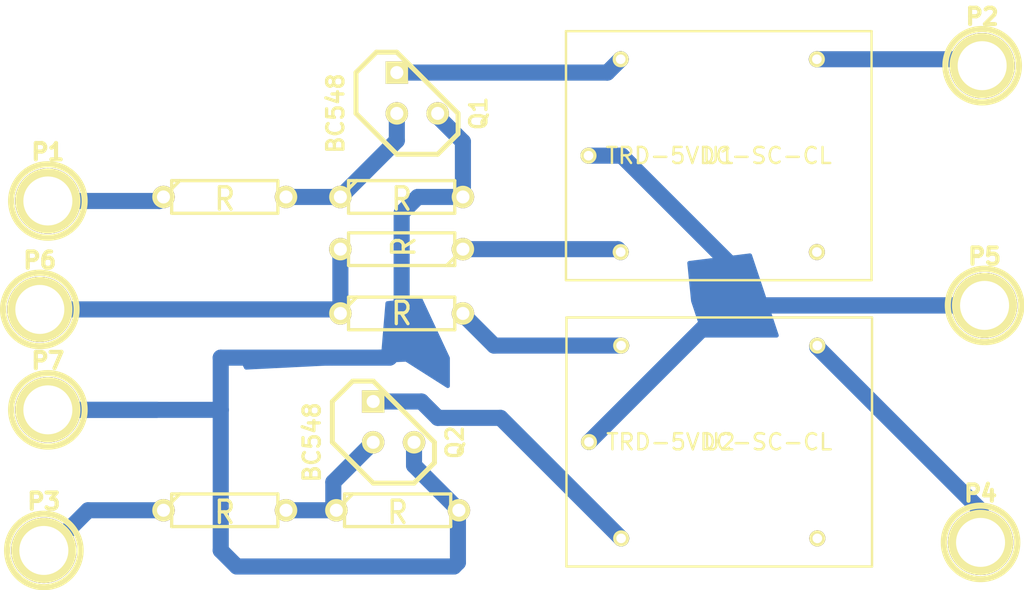
<source format=kicad_pcb>
(kicad_pcb (version 3) (host pcbnew "(2013-jul-07)-stable")

  (general
    (links 20)
    (no_connects 0)
    (area 29.789 33.643 99.461 71.433)
    (thickness 1.6)
    (drawings 0)
    (tracks 84)
    (zones 0)
    (modules 17)
    (nets 14)
  )

  (page A3)
  (layers
    (15 F.Cu signal)
    (0 B.Cu signal)
    (16 B.Adhes user)
    (17 F.Adhes user)
    (18 B.Paste user)
    (19 F.Paste user)
    (20 B.SilkS user)
    (21 F.SilkS user)
    (22 B.Mask user)
    (23 F.Mask user)
    (24 Dwgs.User user)
    (25 Cmts.User user)
    (26 Eco1.User user)
    (27 Eco2.User user)
    (28 Edge.Cuts user)
  )

  (setup
    (last_trace_width 1)
    (trace_clearance 0.254)
    (zone_clearance 0.508)
    (zone_45_only no)
    (trace_min 0.254)
    (segment_width 0.2)
    (edge_width 0.15)
    (via_size 0.889)
    (via_drill 0.635)
    (via_min_size 0.889)
    (via_min_drill 0.508)
    (uvia_size 0.508)
    (uvia_drill 0.127)
    (uvias_allowed no)
    (uvia_min_size 0.508)
    (uvia_min_drill 0.127)
    (pcb_text_width 0.3)
    (pcb_text_size 1.5 1.5)
    (mod_edge_width 0.15)
    (mod_text_size 1.5 1.5)
    (mod_text_width 0.15)
    (pad_size 1.524 1.524)
    (pad_drill 0.762)
    (pad_to_mask_clearance 0.2)
    (aux_axis_origin 0 0)
    (visible_elements FFFFFFBF)
    (pcbplotparams
      (layerselection 3178497)
      (usegerberextensions true)
      (excludeedgelayer true)
      (linewidth 0.100000)
      (plotframeref false)
      (viasonmask false)
      (mode 1)
      (useauxorigin false)
      (hpglpennumber 1)
      (hpglpenspeed 20)
      (hpglpendiameter 15)
      (hpglpenoverlay 2)
      (psnegative false)
      (psa4output false)
      (plotreference true)
      (plotvalue true)
      (plotothertext true)
      (plotinvisibletext false)
      (padsonsilk false)
      (subtractmaskfromsilk false)
      (outputformat 1)
      (mirror false)
      (drillshape 1)
      (scaleselection 1)
      (outputdirectory ""))
  )

  (net 0 "")
  (net 1 +5)
  (net 2 -5)
  (net 3 L)
  (net 4 N-0000010)
  (net 5 N-0000012)
  (net 6 N-0000013)
  (net 7 N-0000014)
  (net 8 N-000002)
  (net 9 N-000003)
  (net 10 N-000005)
  (net 11 N-000006)
  (net 12 N-000008)
  (net 13 N-000009)

  (net_class Default "Это класс цепей по умолчанию."
    (clearance 0.254)
    (trace_width 1)
    (via_dia 0.889)
    (via_drill 0.635)
    (uvia_dia 0.508)
    (uvia_drill 0.127)
    (add_net "")
    (add_net +5)
    (add_net -5)
    (add_net L)
    (add_net N-0000010)
    (add_net N-0000012)
    (add_net N-0000013)
    (add_net N-0000014)
    (add_net N-000002)
    (add_net N-000003)
    (add_net N-000005)
    (add_net N-000006)
    (add_net N-000008)
    (add_net N-000009)
  )

  (module TO92 (layer F.Cu) (tedit 443CFFD1) (tstamp 5640E5E9)
    (at 58.72 39.28 90)
    (descr "Transistor TO92 brochage type BC237")
    (tags "TR TO92")
    (path /562E7372)
    (fp_text reference Q1 (at -1.27 3.81 90) (layer F.SilkS)
      (effects (font (size 1.016 1.016) (thickness 0.2032)))
    )
    (fp_text value BC548 (at -1.27 -5.08 90) (layer F.SilkS)
      (effects (font (size 1.016 1.016) (thickness 0.2032)))
    )
    (fp_line (start -1.27 2.54) (end 2.54 -1.27) (layer F.SilkS) (width 0.3048))
    (fp_line (start 2.54 -1.27) (end 2.54 -2.54) (layer F.SilkS) (width 0.3048))
    (fp_line (start 2.54 -2.54) (end 1.27 -3.81) (layer F.SilkS) (width 0.3048))
    (fp_line (start 1.27 -3.81) (end -1.27 -3.81) (layer F.SilkS) (width 0.3048))
    (fp_line (start -1.27 -3.81) (end -3.81 -1.27) (layer F.SilkS) (width 0.3048))
    (fp_line (start -3.81 -1.27) (end -3.81 1.27) (layer F.SilkS) (width 0.3048))
    (fp_line (start -3.81 1.27) (end -2.54 2.54) (layer F.SilkS) (width 0.3048))
    (fp_line (start -2.54 2.54) (end -1.27 2.54) (layer F.SilkS) (width 0.3048))
    (pad 1 thru_hole rect (at 1.27 -1.27 90) (size 1.397 1.397) (drill 0.8128)
      (layers *.Cu *.Mask F.SilkS)
      (net 12 N-000008)
    )
    (pad 2 thru_hole circle (at -1.27 -1.27 90) (size 1.397 1.397) (drill 0.8128)
      (layers *.Cu *.Mask F.SilkS)
      (net 6 N-0000013)
    )
    (pad 3 thru_hole circle (at -1.27 1.27 90) (size 1.397 1.397) (drill 0.8128)
      (layers *.Cu *.Mask F.SilkS)
      (net 2 -5)
    )
    (model discret/to98.wrl
      (at (xyz 0 0 0))
      (scale (xyz 1 1 1))
      (rotate (xyz 0 0 0))
    )
  )

  (module TO92 (layer F.Cu) (tedit 443CFFD1) (tstamp 56414A0A)
    (at 57.25 59.75 90)
    (descr "Transistor TO92 brochage type BC237")
    (tags "TR TO92")
    (path /5640DB05)
    (fp_text reference Q2 (at -1.27 3.81 90) (layer F.SilkS)
      (effects (font (size 1.016 1.016) (thickness 0.2032)))
    )
    (fp_text value BC548 (at -1.27 -5.08 90) (layer F.SilkS)
      (effects (font (size 1.016 1.016) (thickness 0.2032)))
    )
    (fp_line (start -1.27 2.54) (end 2.54 -1.27) (layer F.SilkS) (width 0.3048))
    (fp_line (start 2.54 -1.27) (end 2.54 -2.54) (layer F.SilkS) (width 0.3048))
    (fp_line (start 2.54 -2.54) (end 1.27 -3.81) (layer F.SilkS) (width 0.3048))
    (fp_line (start 1.27 -3.81) (end -1.27 -3.81) (layer F.SilkS) (width 0.3048))
    (fp_line (start -1.27 -3.81) (end -3.81 -1.27) (layer F.SilkS) (width 0.3048))
    (fp_line (start -3.81 -1.27) (end -3.81 1.27) (layer F.SilkS) (width 0.3048))
    (fp_line (start -3.81 1.27) (end -2.54 2.54) (layer F.SilkS) (width 0.3048))
    (fp_line (start -2.54 2.54) (end -1.27 2.54) (layer F.SilkS) (width 0.3048))
    (pad 1 thru_hole rect (at 1.27 -1.27 90) (size 1.397 1.397) (drill 0.8128)
      (layers *.Cu *.Mask F.SilkS)
      (net 11 N-000006)
    )
    (pad 2 thru_hole circle (at -1.27 -1.27 90) (size 1.397 1.397) (drill 0.8128)
      (layers *.Cu *.Mask F.SilkS)
      (net 7 N-0000014)
    )
    (pad 3 thru_hole circle (at -1.27 1.27 90) (size 1.397 1.397) (drill 0.8128)
      (layers *.Cu *.Mask F.SilkS)
      (net 2 -5)
    )
    (model discret/to98.wrl
      (at (xyz 0 0 0))
      (scale (xyz 1 1 1))
      (rotate (xyz 0 0 0))
    )
  )

  (module R3 (layer F.Cu) (tedit 4E4C0E65) (tstamp 5640E606)
    (at 57.75 45.75)
    (descr "Resitance 3 pas")
    (tags R)
    (path /562E742F)
    (autoplace_cost180 10)
    (fp_text reference R2 (at 0 0.127) (layer F.SilkS) hide
      (effects (font (size 1.397 1.27) (thickness 0.2032)))
    )
    (fp_text value R (at 0 0.127) (layer F.SilkS)
      (effects (font (size 1.397 1.27) (thickness 0.2032)))
    )
    (fp_line (start -3.81 0) (end -3.302 0) (layer F.SilkS) (width 0.2032))
    (fp_line (start 3.81 0) (end 3.302 0) (layer F.SilkS) (width 0.2032))
    (fp_line (start 3.302 0) (end 3.302 -1.016) (layer F.SilkS) (width 0.2032))
    (fp_line (start 3.302 -1.016) (end -3.302 -1.016) (layer F.SilkS) (width 0.2032))
    (fp_line (start -3.302 -1.016) (end -3.302 1.016) (layer F.SilkS) (width 0.2032))
    (fp_line (start -3.302 1.016) (end 3.302 1.016) (layer F.SilkS) (width 0.2032))
    (fp_line (start 3.302 1.016) (end 3.302 0) (layer F.SilkS) (width 0.2032))
    (fp_line (start -3.302 -0.508) (end -2.794 -1.016) (layer F.SilkS) (width 0.2032))
    (pad 1 thru_hole circle (at -3.81 0) (size 1.397 1.397) (drill 0.8128)
      (layers *.Cu *.Mask F.SilkS)
      (net 6 N-0000013)
    )
    (pad 2 thru_hole circle (at 3.81 0) (size 1.397 1.397) (drill 0.8128)
      (layers *.Cu *.Mask F.SilkS)
      (net 2 -5)
    )
    (model discret/resistor.wrl
      (at (xyz 0 0 0))
      (scale (xyz 0.3 0.3 0.3))
      (rotate (xyz 0 0 0))
    )
  )

  (module R3 (layer F.Cu) (tedit 4E4C0E65) (tstamp 5640E614)
    (at 46.75 45.75)
    (descr "Resitance 3 pas")
    (tags R)
    (path /562E752B)
    (autoplace_cost180 10)
    (fp_text reference R1 (at 0 0.127) (layer F.SilkS) hide
      (effects (font (size 1.397 1.27) (thickness 0.2032)))
    )
    (fp_text value R (at 0 0.127) (layer F.SilkS)
      (effects (font (size 1.397 1.27) (thickness 0.2032)))
    )
    (fp_line (start -3.81 0) (end -3.302 0) (layer F.SilkS) (width 0.2032))
    (fp_line (start 3.81 0) (end 3.302 0) (layer F.SilkS) (width 0.2032))
    (fp_line (start 3.302 0) (end 3.302 -1.016) (layer F.SilkS) (width 0.2032))
    (fp_line (start 3.302 -1.016) (end -3.302 -1.016) (layer F.SilkS) (width 0.2032))
    (fp_line (start -3.302 -1.016) (end -3.302 1.016) (layer F.SilkS) (width 0.2032))
    (fp_line (start -3.302 1.016) (end 3.302 1.016) (layer F.SilkS) (width 0.2032))
    (fp_line (start 3.302 1.016) (end 3.302 0) (layer F.SilkS) (width 0.2032))
    (fp_line (start -3.302 -0.508) (end -2.794 -1.016) (layer F.SilkS) (width 0.2032))
    (pad 1 thru_hole circle (at -3.81 0) (size 1.397 1.397) (drill 0.8128)
      (layers *.Cu *.Mask F.SilkS)
      (net 5 N-0000012)
    )
    (pad 2 thru_hole circle (at 3.81 0) (size 1.397 1.397) (drill 0.8128)
      (layers *.Cu *.Mask F.SilkS)
      (net 6 N-0000013)
    )
    (model discret/resistor.wrl
      (at (xyz 0 0 0))
      (scale (xyz 0.3 0.3 0.3))
      (rotate (xyz 0 0 0))
    )
  )

  (module R3 (layer F.Cu) (tedit 5640F335) (tstamp 5640E622)
    (at 57.75 49 180)
    (descr "Resitance 3 pas")
    (tags R)
    (path /5640DA12)
    (autoplace_cost180 10)
    (fp_text reference R3 (at 0 0.127 180) (layer F.SilkS) hide
      (effects (font (size 1.397 1.27) (thickness 0.2032)))
    )
    (fp_text value R (at -0.13 0.15 270) (layer F.SilkS)
      (effects (font (size 1.397 1.27) (thickness 0.2032)))
    )
    (fp_line (start -3.81 0) (end -3.302 0) (layer F.SilkS) (width 0.2032))
    (fp_line (start 3.81 0) (end 3.302 0) (layer F.SilkS) (width 0.2032))
    (fp_line (start 3.302 0) (end 3.302 -1.016) (layer F.SilkS) (width 0.2032))
    (fp_line (start 3.302 -1.016) (end -3.302 -1.016) (layer F.SilkS) (width 0.2032))
    (fp_line (start -3.302 -1.016) (end -3.302 1.016) (layer F.SilkS) (width 0.2032))
    (fp_line (start -3.302 1.016) (end 3.302 1.016) (layer F.SilkS) (width 0.2032))
    (fp_line (start 3.302 1.016) (end 3.302 0) (layer F.SilkS) (width 0.2032))
    (fp_line (start -3.302 -0.508) (end -2.794 -1.016) (layer F.SilkS) (width 0.2032))
    (pad 1 thru_hole circle (at -3.81 0 180) (size 1.397 1.397) (drill 0.8128)
      (layers *.Cu *.Mask F.SilkS)
      (net 13 N-000009)
    )
    (pad 2 thru_hole circle (at 3.81 0 180) (size 1.397 1.397) (drill 0.8128)
      (layers *.Cu *.Mask F.SilkS)
      (net 1 +5)
    )
    (model discret/resistor.wrl
      (at (xyz 0 0 0))
      (scale (xyz 0.3 0.3 0.3))
      (rotate (xyz 0 0 0))
    )
  )

  (module R3 (layer F.Cu) (tedit 4E4C0E65) (tstamp 5640E630)
    (at 57.5 65.25)
    (descr "Resitance 3 pas")
    (tags R)
    (path /5640DB0B)
    (autoplace_cost180 10)
    (fp_text reference R6 (at 0 0.127) (layer F.SilkS) hide
      (effects (font (size 1.397 1.27) (thickness 0.2032)))
    )
    (fp_text value R (at 0 0.127) (layer F.SilkS)
      (effects (font (size 1.397 1.27) (thickness 0.2032)))
    )
    (fp_line (start -3.81 0) (end -3.302 0) (layer F.SilkS) (width 0.2032))
    (fp_line (start 3.81 0) (end 3.302 0) (layer F.SilkS) (width 0.2032))
    (fp_line (start 3.302 0) (end 3.302 -1.016) (layer F.SilkS) (width 0.2032))
    (fp_line (start 3.302 -1.016) (end -3.302 -1.016) (layer F.SilkS) (width 0.2032))
    (fp_line (start -3.302 -1.016) (end -3.302 1.016) (layer F.SilkS) (width 0.2032))
    (fp_line (start -3.302 1.016) (end 3.302 1.016) (layer F.SilkS) (width 0.2032))
    (fp_line (start 3.302 1.016) (end 3.302 0) (layer F.SilkS) (width 0.2032))
    (fp_line (start -3.302 -0.508) (end -2.794 -1.016) (layer F.SilkS) (width 0.2032))
    (pad 1 thru_hole circle (at -3.81 0) (size 1.397 1.397) (drill 0.8128)
      (layers *.Cu *.Mask F.SilkS)
      (net 7 N-0000014)
    )
    (pad 2 thru_hole circle (at 3.81 0) (size 1.397 1.397) (drill 0.8128)
      (layers *.Cu *.Mask F.SilkS)
      (net 2 -5)
    )
    (model discret/resistor.wrl
      (at (xyz 0 0 0))
      (scale (xyz 0.3 0.3 0.3))
      (rotate (xyz 0 0 0))
    )
  )

  (module R3 (layer F.Cu) (tedit 4E4C0E65) (tstamp 5640E63E)
    (at 46.75 65.25)
    (descr "Resitance 3 pas")
    (tags R)
    (path /5640DB12)
    (autoplace_cost180 10)
    (fp_text reference R5 (at 0 0.127) (layer F.SilkS) hide
      (effects (font (size 1.397 1.27) (thickness 0.2032)))
    )
    (fp_text value R (at 0 0.127) (layer F.SilkS)
      (effects (font (size 1.397 1.27) (thickness 0.2032)))
    )
    (fp_line (start -3.81 0) (end -3.302 0) (layer F.SilkS) (width 0.2032))
    (fp_line (start 3.81 0) (end 3.302 0) (layer F.SilkS) (width 0.2032))
    (fp_line (start 3.302 0) (end 3.302 -1.016) (layer F.SilkS) (width 0.2032))
    (fp_line (start 3.302 -1.016) (end -3.302 -1.016) (layer F.SilkS) (width 0.2032))
    (fp_line (start -3.302 -1.016) (end -3.302 1.016) (layer F.SilkS) (width 0.2032))
    (fp_line (start -3.302 1.016) (end 3.302 1.016) (layer F.SilkS) (width 0.2032))
    (fp_line (start 3.302 1.016) (end 3.302 0) (layer F.SilkS) (width 0.2032))
    (fp_line (start -3.302 -0.508) (end -2.794 -1.016) (layer F.SilkS) (width 0.2032))
    (pad 1 thru_hole circle (at -3.81 0) (size 1.397 1.397) (drill 0.8128)
      (layers *.Cu *.Mask F.SilkS)
      (net 8 N-000002)
    )
    (pad 2 thru_hole circle (at 3.81 0) (size 1.397 1.397) (drill 0.8128)
      (layers *.Cu *.Mask F.SilkS)
      (net 7 N-0000014)
    )
    (model discret/resistor.wrl
      (at (xyz 0 0 0))
      (scale (xyz 0.3 0.3 0.3))
      (rotate (xyz 0 0 0))
    )
  )

  (module R3 (layer F.Cu) (tedit 5640F341) (tstamp 5640E64C)
    (at 57.75 53)
    (descr "Resitance 3 pas")
    (tags R)
    (path /5640DB2A)
    (autoplace_cost180 10)
    (fp_text reference R4 (at 0 0.127) (layer F.SilkS) hide
      (effects (font (size 1.397 1.27) (thickness 0.2032)))
    )
    (fp_text value R (at 0 0) (layer F.SilkS)
      (effects (font (size 1.397 1.27) (thickness 0.2032)))
    )
    (fp_line (start -3.81 0) (end -3.302 0) (layer F.SilkS) (width 0.2032))
    (fp_line (start 3.81 0) (end 3.302 0) (layer F.SilkS) (width 0.2032))
    (fp_line (start 3.302 0) (end 3.302 -1.016) (layer F.SilkS) (width 0.2032))
    (fp_line (start 3.302 -1.016) (end -3.302 -1.016) (layer F.SilkS) (width 0.2032))
    (fp_line (start -3.302 -1.016) (end -3.302 1.016) (layer F.SilkS) (width 0.2032))
    (fp_line (start -3.302 1.016) (end 3.302 1.016) (layer F.SilkS) (width 0.2032))
    (fp_line (start 3.302 1.016) (end 3.302 0) (layer F.SilkS) (width 0.2032))
    (fp_line (start -3.302 -0.508) (end -2.794 -1.016) (layer F.SilkS) (width 0.2032))
    (pad 1 thru_hole circle (at -3.81 0) (size 1.397 1.397) (drill 0.8128)
      (layers *.Cu *.Mask F.SilkS)
      (net 1 +5)
    )
    (pad 2 thru_hole circle (at 3.81 0) (size 1.397 1.397) (drill 0.8128)
      (layers *.Cu *.Mask F.SilkS)
      (net 9 N-000003)
    )
    (model discret/resistor.wrl
      (at (xyz 0 0 0))
      (scale (xyz 0.3 0.3 0.3))
      (rotate (xyz 0 0 0))
    )
  )

  (module 1pin (layer F.Cu) (tedit 200000) (tstamp 5640E652)
    (at 35.75 46)
    (descr "module 1 pin (ou trou mecanique de percage)")
    (tags DEV)
    (path /5640DA9D)
    (fp_text reference P1 (at 0 -3.048) (layer F.SilkS)
      (effects (font (size 1.016 1.016) (thickness 0.254)))
    )
    (fp_text value CONNECTOR (at 0 2.794) (layer F.SilkS) hide
      (effects (font (size 1.016 1.016) (thickness 0.254)))
    )
    (fp_circle (center 0 0) (end 0 -2.286) (layer F.SilkS) (width 0.381))
    (pad 1 thru_hole circle (at 0 0) (size 4.064 4.064) (drill 3.048)
      (layers *.Cu *.Mask F.SilkS)
      (net 5 N-0000012)
    )
  )

  (module 1pin (layer F.Cu) (tedit 200000) (tstamp 5640E658)
    (at 93.85 37.58)
    (descr "module 1 pin (ou trou mecanique de percage)")
    (tags DEV)
    (path /5640DAEA)
    (fp_text reference P2 (at 0 -3.048) (layer F.SilkS)
      (effects (font (size 1.016 1.016) (thickness 0.254)))
    )
    (fp_text value CONNECTOR (at 0 2.794) (layer F.SilkS) hide
      (effects (font (size 1.016 1.016) (thickness 0.254)))
    )
    (fp_circle (center 0 0) (end 0 -2.286) (layer F.SilkS) (width 0.381))
    (pad 1 thru_hole circle (at 0 0) (size 4.064 4.064) (drill 3.048)
      (layers *.Cu *.Mask F.SilkS)
      (net 4 N-0000010)
    )
  )

  (module 1pin (layer F.Cu) (tedit 200000) (tstamp 564149FA)
    (at 35.5 67.75)
    (descr "module 1 pin (ou trou mecanique de percage)")
    (tags DEV)
    (path /5640DB32)
    (fp_text reference P3 (at 0 -3.048) (layer F.SilkS)
      (effects (font (size 1.016 1.016) (thickness 0.254)))
    )
    (fp_text value CONNECTOR (at 0 2.794) (layer F.SilkS) hide
      (effects (font (size 1.016 1.016) (thickness 0.254)))
    )
    (fp_circle (center 0 0) (end 0 -2.286) (layer F.SilkS) (width 0.381))
    (pad 1 thru_hole circle (at 0 0) (size 4.064 4.064) (drill 3.048)
      (layers *.Cu *.Mask F.SilkS)
      (net 8 N-000002)
    )
  )

  (module 1pin (layer F.Cu) (tedit 200000) (tstamp 5640E664)
    (at 93.75 67.25)
    (descr "module 1 pin (ou trou mecanique de percage)")
    (tags DEV)
    (path /5640DB39)
    (fp_text reference P4 (at 0 -3.048) (layer F.SilkS)
      (effects (font (size 1.016 1.016) (thickness 0.254)))
    )
    (fp_text value CONNECTOR (at 0 2.794) (layer F.SilkS) hide
      (effects (font (size 1.016 1.016) (thickness 0.254)))
    )
    (fp_circle (center 0 0) (end 0 -2.286) (layer F.SilkS) (width 0.381))
    (pad 1 thru_hole circle (at 0 0) (size 4.064 4.064) (drill 3.048)
      (layers *.Cu *.Mask F.SilkS)
      (net 10 N-000005)
    )
  )

  (module trd (layer F.Cu) (tedit 5640E376) (tstamp 5640E671)
    (at 77.47 43.18)
    (path /5640D91C)
    (fp_text reference U1 (at 0 0) (layer F.SilkS)
      (effects (font (size 1 1) (thickness 0.15)))
    )
    (fp_text value TRD-5VDC-SC-CL (at 0 0) (layer F.SilkS)
      (effects (font (size 1 1) (thickness 0.15)))
    )
    (fp_line (start -9.5 -7.75) (end 9.5 -7.75) (layer F.SilkS) (width 0.15))
    (fp_line (start 9.5 -7.75) (end 9.5 7.75) (layer F.SilkS) (width 0.15))
    (fp_line (start 9.5 7.75) (end -9.5 7.75) (layer F.SilkS) (width 0.15))
    (fp_line (start -9.5 7.75) (end -9.5 -7.75) (layer F.SilkS) (width 0.15))
    (pad 1 thru_hole circle (at -6.1 -6) (size 1 1) (drill 0.6)
      (layers *.Cu *.Mask F.SilkS)
      (net 12 N-000008)
    )
    (pad 2 thru_hole circle (at -6.1 6) (size 1 1) (drill 0.6)
      (layers *.Cu *.Mask F.SilkS)
      (net 13 N-000009)
    )
    (pad 3 thru_hole circle (at 6.1 -6) (size 1 1) (drill 0.6)
      (layers *.Cu *.Mask F.SilkS)
      (net 4 N-0000010)
    )
    (pad 4 thru_hole circle (at 6.1 6) (size 1 1) (drill 0.6)
      (layers *.Cu *.Mask F.SilkS)
    )
    (pad 5 thru_hole circle (at -8.1 0) (size 1 1) (drill 0.6)
      (layers *.Cu *.Mask F.SilkS)
      (net 3 L)
    )
  )

  (module trd (layer F.Cu) (tedit 5640E376) (tstamp 5640E67E)
    (at 77.5 61)
    (path /5640DB21)
    (fp_text reference U2 (at 0 0) (layer F.SilkS)
      (effects (font (size 1 1) (thickness 0.15)))
    )
    (fp_text value TRD-5VDC-SC-CL (at 0 0) (layer F.SilkS)
      (effects (font (size 1 1) (thickness 0.15)))
    )
    (fp_line (start -9.5 -7.75) (end 9.5 -7.75) (layer F.SilkS) (width 0.15))
    (fp_line (start 9.5 -7.75) (end 9.5 7.75) (layer F.SilkS) (width 0.15))
    (fp_line (start 9.5 7.75) (end -9.5 7.75) (layer F.SilkS) (width 0.15))
    (fp_line (start -9.5 7.75) (end -9.5 -7.75) (layer F.SilkS) (width 0.15))
    (pad 1 thru_hole circle (at -6.1 -6) (size 1 1) (drill 0.6)
      (layers *.Cu *.Mask F.SilkS)
      (net 9 N-000003)
    )
    (pad 2 thru_hole circle (at -6.1 6) (size 1 1) (drill 0.6)
      (layers *.Cu *.Mask F.SilkS)
      (net 11 N-000006)
    )
    (pad 3 thru_hole circle (at 6.1 -6) (size 1 1) (drill 0.6)
      (layers *.Cu *.Mask F.SilkS)
      (net 10 N-000005)
    )
    (pad 4 thru_hole circle (at 6.1 6) (size 1 1) (drill 0.6)
      (layers *.Cu *.Mask F.SilkS)
    )
    (pad 5 thru_hole circle (at -8.1 0) (size 1 1) (drill 0.6)
      (layers *.Cu *.Mask F.SilkS)
      (net 3 L)
    )
  )

  (module 1pin (layer F.Cu) (tedit 200000) (tstamp 56414964)
    (at 94 52.5)
    (descr "module 1 pin (ou trou mecanique de percage)")
    (tags DEV)
    (path /5640F450)
    (fp_text reference P5 (at 0 -3.048) (layer F.SilkS)
      (effects (font (size 1.016 1.016) (thickness 0.254)))
    )
    (fp_text value CONNECTOR (at 0 2.794) (layer F.SilkS) hide
      (effects (font (size 1.016 1.016) (thickness 0.254)))
    )
    (fp_circle (center 0 0) (end 0 -2.286) (layer F.SilkS) (width 0.381))
    (pad 1 thru_hole circle (at 0 0) (size 4.064 4.064) (drill 3.048)
      (layers *.Cu *.Mask F.SilkS)
      (net 3 L)
    )
  )

  (module 1pin (layer F.Cu) (tedit 200000) (tstamp 5641496A)
    (at 35.25 52.75)
    (descr "module 1 pin (ou trou mecanique de percage)")
    (tags DEV)
    (path /5640F462)
    (fp_text reference P6 (at 0 -3.048) (layer F.SilkS)
      (effects (font (size 1.016 1.016) (thickness 0.254)))
    )
    (fp_text value CONNECTOR (at 0 2.794) (layer F.SilkS) hide
      (effects (font (size 1.016 1.016) (thickness 0.254)))
    )
    (fp_circle (center 0 0) (end 0 -2.286) (layer F.SilkS) (width 0.381))
    (pad 1 thru_hole circle (at 0 0) (size 4.064 4.064) (drill 3.048)
      (layers *.Cu *.Mask F.SilkS)
      (net 1 +5)
    )
  )

  (module 1pin (layer F.Cu) (tedit 200000) (tstamp 56414970)
    (at 35.75 59)
    (descr "module 1 pin (ou trou mecanique de percage)")
    (tags DEV)
    (path /5640F471)
    (fp_text reference P7 (at 0 -3.048) (layer F.SilkS)
      (effects (font (size 1.016 1.016) (thickness 0.254)))
    )
    (fp_text value CONNECTOR (at 0 2.794) (layer F.SilkS) hide
      (effects (font (size 1.016 1.016) (thickness 0.254)))
    )
    (fp_circle (center 0 0) (end 0 -2.286) (layer F.SilkS) (width 0.381))
    (pad 1 thru_hole circle (at 0 0) (size 4.064 4.064) (drill 3.048)
      (layers *.Cu *.Mask F.SilkS)
      (net 2 -5)
    )
  )

  (segment (start 35.25 52.75) (end 53.69 52.75) (width 1) (layer B.Cu) (net 1) (status C00000))
  (segment (start 53.94 52.5) (end 53.94 49) (width 1) (layer B.Cu) (net 1) (tstamp 56414B0A) (status C00000))
  (segment (start 53.69 52.75) (end 53.94 52.5) (width 1) (layer B.Cu) (net 1) (tstamp 56414B09) (status C00000))
  (segment (start 53.94 53) (end 54 53) (width 0.254) (layer B.Cu) (net 1) (status 80030))
  (segment (start 54 53) (end 53.75 52.75) (width 0.254) (layer B.Cu) (net 1) (status 80030))
  (segment (start 53.75 52.75) (end 35.25 52.75) (width 0.254) (layer B.Cu) (net 1) (status 80030))
  (segment (start 54 53) (end 54 49) (width 0.254) (layer B.Cu) (net 1) (status 80030))
  (segment (start 54 49) (end 53.94 49) (width 0.254) (layer B.Cu) (net 1) (tstamp 564149A1) (status 80030))
  (segment (start 61.56 45.75) (end 58.75 45.75) (width 1) (layer B.Cu) (net 2) (status 400000))
  (segment (start 46.5 55.75) (end 46.5 59) (width 1) (layer B.Cu) (net 2) (tstamp 56414B49))
  (segment (start 57 55.75) (end 46.5 55.75) (width 1) (layer B.Cu) (net 2) (tstamp 56414B48))
  (segment (start 57.75 55) (end 57 55.75) (width 1) (layer B.Cu) (net 2) (tstamp 56414B47))
  (segment (start 57.75 46.75) (end 57.75 55) (width 1) (layer B.Cu) (net 2) (tstamp 56414B46))
  (segment (start 58.75 45.75) (end 57.75 46.75) (width 1) (layer B.Cu) (net 2) (tstamp 56414B45))
  (segment (start 58.52 61.02) (end 58.52 62.46) (width 1) (layer B.Cu) (net 2) (status 400000))
  (segment (start 58.52 62.46) (end 61.25 65.19) (width 1) (layer B.Cu) (net 2) (tstamp 56414B3B) (status 800000))
  (segment (start 61.25 65.19) (end 61.25 68.5) (width 1) (layer B.Cu) (net 2) (tstamp 56414B3C) (status 400000))
  (segment (start 61.25 68.5) (end 61 68.75) (width 1) (layer B.Cu) (net 2) (tstamp 56414B3D))
  (segment (start 61 68.75) (end 47.5 68.75) (width 1) (layer B.Cu) (net 2) (tstamp 56414B3E))
  (segment (start 47.5 68.75) (end 46.5 67.75) (width 1) (layer B.Cu) (net 2) (tstamp 56414B3F))
  (segment (start 46.5 67.75) (end 46.5 59) (width 1) (layer B.Cu) (net 2) (tstamp 56414B40))
  (segment (start 46.5 59) (end 35.75 59) (width 1) (layer B.Cu) (net 2) (tstamp 56414B41) (status 800000))
  (segment (start 35.75 59) (end 42.5 59) (width 1) (layer B.Cu) (net 2) (tstamp 56414B42) (status 400000))
  (segment (start 59.99 40.55) (end 59.99 40.74) (width 1) (layer B.Cu) (net 2) (status C00000))
  (segment (start 61.56 42.31) (end 61.56 45.75) (width 1) (layer B.Cu) (net 2) (tstamp 56414AFF) (status 800000))
  (segment (start 59.99 40.74) (end 61.56 42.31) (width 1) (layer B.Cu) (net 2) (tstamp 56414AFE) (status 400000))
  (segment (start 61.56 45.75) (end 61.5 45.75) (width 0.254) (layer B.Cu) (net 2) (status 80030))
  (segment (start 61.5 45.75) (end 61.5 42) (width 0.254) (layer B.Cu) (net 2) (status 80010))
  (segment (start 61.5 42) (end 60 40.5) (width 0.254) (layer B.Cu) (net 2) (status 80020))
  (segment (start 60 40.5) (end 59.99 40.55) (width 0.254) (layer B.Cu) (net 2) (tstamp 56414A9D) (status 80030))
  (segment (start 61.31 65.25) (end 61.31 65.81) (width 0.254) (layer B.Cu) (net 2) (status 30))
  (segment (start 69.4 61) (end 77.9 52.5) (width 1) (layer B.Cu) (net 3) (status 400000))
  (segment (start 77.9 52.5) (end 94 52.5) (width 1) (layer B.Cu) (net 3) (tstamp 56414AD0) (status 800000))
  (segment (start 94 52.5) (end 77.75 52.5) (width 1) (layer B.Cu) (net 3) (tstamp 56414AD1) (status 400000))
  (segment (start 77.75 52.5) (end 78.5 51.75) (width 1) (layer B.Cu) (net 3) (tstamp 56414AD2))
  (segment (start 78.5 51.75) (end 78.5 50.25) (width 1) (layer B.Cu) (net 3) (tstamp 56414AD3))
  (segment (start 78.5 50.25) (end 71.43 43.18) (width 1) (layer B.Cu) (net 3) (tstamp 56414AD4))
  (segment (start 71.43 43.18) (end 69.37 43.18) (width 1) (layer B.Cu) (net 3) (tstamp 56414AD5) (status 800000))
  (segment (start 69.37 43.18) (end 71.43 43.18) (width 0.254) (layer B.Cu) (net 3))
  (segment (start 78.5 51.9) (end 69.4 61) (width 0.254) (layer B.Cu) (net 3) (tstamp 56414AC1))
  (segment (start 78.5 50.25) (end 78.5 51.9) (width 0.254) (layer B.Cu) (net 3) (tstamp 56414ABF))
  (segment (start 71.43 43.18) (end 78.5 50.25) (width 0.254) (layer B.Cu) (net 3) (tstamp 56414ABD))
  (segment (start 69.4 61) (end 69.4 60.85) (width 0.254) (layer B.Cu) (net 3) (tstamp 56414AC3))
  (segment (start 69.4 60.85) (end 77.75 52.5) (width 0.254) (layer B.Cu) (net 3) (tstamp 56414AC4))
  (segment (start 77.75 52.5) (end 94 52.5) (width 0.254) (layer B.Cu) (net 3) (tstamp 56414AC5))
  (segment (start 83.57 37.18) (end 93.45 37.18) (width 1) (layer B.Cu) (net 4) (status C00000))
  (segment (start 93.45 37.18) (end 93.85 37.58) (width 1) (layer B.Cu) (net 4) (tstamp 56414AE9) (status C00000))
  (segment (start 35.75 46) (end 42.69 46) (width 1) (layer B.Cu) (net 5) (status C00000))
  (segment (start 42.69 46) (end 42.94 45.75) (width 1) (layer B.Cu) (net 5) (tstamp 56414B02) (status C00000))
  (segment (start 50.56 45.75) (end 53.94 45.75) (width 1) (layer B.Cu) (net 6) (status C00000))
  (segment (start 53.94 45.75) (end 57.45 42.24) (width 1) (layer B.Cu) (net 6) (tstamp 56414B05) (status 400000))
  (segment (start 57.45 42.24) (end 57.45 40.55) (width 1) (layer B.Cu) (net 6) (tstamp 56414B06) (status 800000))
  (segment (start 57.45 40.55) (end 57.5 40.5) (width 0.254) (layer B.Cu) (net 6) (status 80030))
  (segment (start 54 45.75) (end 53.94 45.75) (width 0.254) (layer B.Cu) (net 6) (tstamp 56414A9F) (status 80030))
  (segment (start 57.5 42.25) (end 54 45.75) (width 0.254) (layer B.Cu) (net 6) (status 80020))
  (segment (start 57.5 40.5) (end 57.5 42.25) (width 0.254) (layer B.Cu) (net 6) (status 80010))
  (segment (start 55.98 61.02) (end 53.5 63.5) (width 1) (layer B.Cu) (net 7) (status 400000))
  (segment (start 53.31 65.25) (end 50.56 65.25) (width 1) (layer B.Cu) (net 7) (tstamp 56414AF2) (status C00000))
  (segment (start 53.5 65.06) (end 53.31 65.25) (width 1) (layer B.Cu) (net 7) (tstamp 56414AF1) (status C00000))
  (segment (start 53.5 63.5) (end 53.5 65.06) (width 1) (layer B.Cu) (net 7) (tstamp 56414AF0) (status 800000))
  (segment (start 53.69 65.25) (end 53.75 65.25) (width 0.254) (layer B.Cu) (net 7) (status 80030))
  (segment (start 53.75 65.25) (end 53.75 63.25) (width 0.254) (layer B.Cu) (net 7) (status 80010))
  (segment (start 53.75 63.25) (end 55.98 61.02) (width 0.254) (layer B.Cu) (net 7) (status 80020))
  (segment (start 50.56 65.25) (end 53.69 65.25) (width 0.254) (layer B.Cu) (net 7) (status 80030))
  (segment (start 35.5 67.75) (end 35.75 67.75) (width 1) (layer B.Cu) (net 8) (status C00000))
  (segment (start 38.25 65.25) (end 42.94 65.25) (width 1) (layer B.Cu) (net 8) (tstamp 56414B15) (status 800000))
  (segment (start 35.75 67.75) (end 38.25 65.25) (width 1) (layer B.Cu) (net 8) (tstamp 56414B14) (status 400000))
  (segment (start 61.56 53) (end 61.56 53.06) (width 1) (layer B.Cu) (net 9) (status C00000))
  (segment (start 61.56 53.06) (end 63.5 55) (width 1) (layer B.Cu) (net 9) (tstamp 56414AE2) (status 400000))
  (segment (start 63.5 55) (end 71.4 55) (width 1) (layer B.Cu) (net 9) (tstamp 56414AE3) (status 800000))
  (segment (start 63.5 55) (end 71.4 55) (width 0.254) (layer B.Cu) (net 9) (status 80020))
  (segment (start 83.6 55) (end 83.6 55.1) (width 1) (layer B.Cu) (net 10) (status C00000))
  (segment (start 83.6 55.1) (end 93.75 65.25) (width 1) (layer B.Cu) (net 10) (tstamp 56414AEC) (status C00000))
  (segment (start 93.75 65.25) (end 93.75 67.25) (width 1) (layer B.Cu) (net 10) (tstamp 56414AED) (status C00000))
  (segment (start 93.75 67.25) (end 93.75 65.25) (width 0.254) (layer B.Cu) (net 10) (status 80000))
  (segment (start 55.98 58.48) (end 58.98 58.48) (width 1) (layer B.Cu) (net 11) (status 400000))
  (segment (start 63.9 59.5) (end 71.4 67) (width 1) (layer B.Cu) (net 11) (tstamp 56414B37) (status 800000))
  (segment (start 60 59.5) (end 63.9 59.5) (width 1) (layer B.Cu) (net 11) (tstamp 56414B36))
  (segment (start 58.98 58.48) (end 60 59.5) (width 1) (layer B.Cu) (net 11) (tstamp 56414B35))
  (segment (start 71.4 67) (end 71.5 67.1) (width 0.254) (layer B.Cu) (net 11) (tstamp 56414A17) (status 30))
  (segment (start 57.45 38.01) (end 70.54 38.01) (width 1) (layer B.Cu) (net 12) (status 400000))
  (segment (start 70.54 38.01) (end 71.37 37.18) (width 1) (layer B.Cu) (net 12) (tstamp 56414AE6) (status 800000))
  (segment (start 61.56 49) (end 71.19 49) (width 1) (layer B.Cu) (net 13) (status C00000))
  (segment (start 71.19 49) (end 71.37 49.18) (width 1) (layer B.Cu) (net 13) (tstamp 56414ADF) (status C00000))

  (zone (net 3) (net_name L) (layer B.Cu) (tstamp 56414A0B) (hatch edge 0.508)
    (connect_pads (clearance 0.508))
    (min_thickness 0.254)
    (fill (arc_segments 16) (thermal_gap 0.508) (thermal_bridge_width 0.508))
    (polygon
      (pts
        (xy 75.75 52.25) (xy 75.5 49.75) (xy 79.5 49.25) (xy 81.25 54.5) (xy 75.5 54.5)
        (xy 76.25 53.75)
      )
    )
    (filled_polygon
      (pts
        (xy 81.073797 54.373) (xy 75.806605 54.373) (xy 76.395304 53.784302) (xy 75.874961 52.223273) (xy 75.638699 49.860651)
        (xy 79.412441 49.388933) (xy 81.073797 54.373)
      )
    )
  )
  (zone (net 2) (net_name -5) (layer B.Cu) (tstamp 56414A7F) (hatch edge 0.508)
    (connect_pads (clearance 0.508))
    (min_thickness 0.254)
    (fill (arc_segments 16) (thermal_gap 0.508) (thermal_bridge_width 0.508))
    (polygon
      (pts
        (xy 47.5 55.5) (xy 56.5 55.25) (xy 56.75 52.25) (xy 59 52) (xy 60.75 55.75)
        (xy 60.75 57.75) (xy 58 56) (xy 48 56.5)
      )
    )
    (filled_polygon
      (pts
        (xy 60.623 57.518648) (xy 58.034057 55.871138) (xy 48.076499 56.369016) (xy 47.7027 55.621418) (xy 56.617124 55.373796)
        (xy 56.867883 52.364683) (xy 58.923452 52.136287) (xy 60.623 55.778175) (xy 60.623 57.518648)
      )
    )
  )
)

</source>
